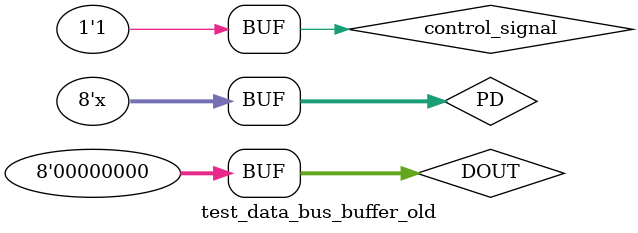
<source format=v>
module data_bus_buffer_old(DIN, control_signal, DOUT, PD);

output [7:0]DIN;
//output of the tristate buffer into the internal bus

input [7:0]DOUT;
//input of the tristate buffer from the internal bus

input control_signal;
//determines the direction of the data bus (0 => output) (1 => input)

inout [7:0]PD;
//connected to the system data bus. Transfers data, control word or status information



//_________________________________________________________________________________________//

assign DIN = PD;
//in case of output mode

assign PD = (control_signal || control_signal == 1'bZ || control_signal == 1'bX)? DOUT: 8'bZZZZ_ZZZZ;
//if control_signal==1 or Z or X => input  => DOUT goes into PD (input)
//if control_signal==0           => output => DOUT is floating and derived externally (output)

endmodule

module test_data_bus_buffer_old();

reg [7:0]DOUT;
reg control_signal;
wire [7:0]DIN;
wire [7:0]PD;

assign PD = control_signal? 8'bZZZZ_ZZZZ: 10;

initial
begin
$monitor("%d %d %d %d", control_signal, DIN, DOUT, PD);
DOUT <= 0;
control_signal <= 1;

#5
control_signal <= 0;
 
#5
control_signal <= 1;

#5
control_signal <= 0;

#5
control_signal <= 1;

end

data_bus_buffer b1(DIN, control_signal, DOUT, PD);
endmodule

</source>
